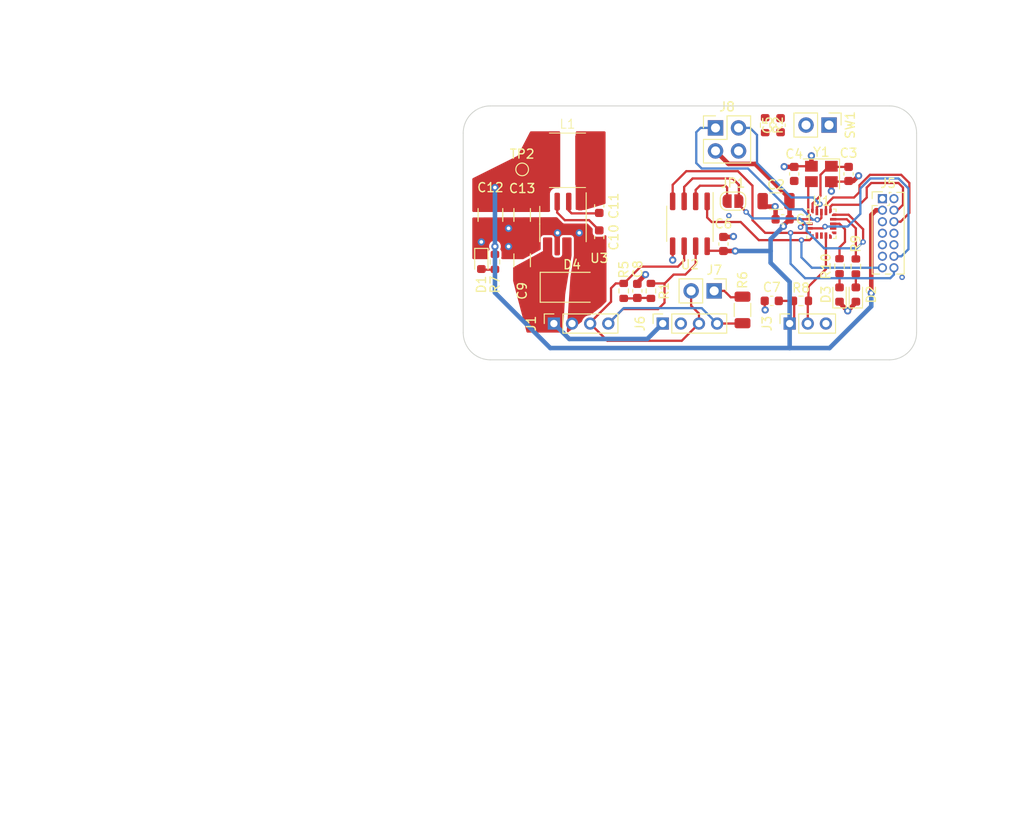
<source format=kicad_pcb>
(kicad_pcb (version 20221018) (generator pcbnew)
  (layers (0 "F.Cu" signal) (1 "In1.Cu" signal) (2 "In2.Cu" signal) (31 "B.Cu" signal) (34 "B.Paste" user) (35 "F.Paste" user) (36 "B.SilkS" user "B.Silkscreen") (37 "F.SilkS" user "F.Silkscreen") (38 "B.Mask" user) (39 "F.Mask" user) (44 "Edge.Cuts" user))
  (net 0 "")
  (net 1 "/MCU (STMC011F6Ux)/RCC_OSCX_IN")
  (net 2 "GND")
  (net 3 "/MCU (STMC011F6Ux)/RCC_OSCX_OUT")
  (net 4 "+3V3")
  (net 5 "Net-(C8-Pad1)")
  (net 6 "+24V")
  (net 7 "/POWER (L6981)/VCC")
  (net 8 "/POWER (L6981)/BOOT")
  (net 9 "/POWER (L6981)/SW")
  (net 10 "Net-(D1-A)")
  (net 11 "Net-(D2-A)")
  (net 12 "Net-(D3-A)")
  (net 13 "/MCU (STMC011F6Ux)/~{RST}")
  (net 14 "/RS485 (THVD1400D)/RS485_B")
  (net 15 "/RS485 (THVD1400D)/RS485_A")
  (net 16 "/MCU (STMC011F6Ux)/DQ")
  (net 17 "/MCU (STMC011F6Ux)/I2C_SCL")
  (net 23 "/MCU (STMC011F6Ux)/I2C_SDA")
  (net 24 "/MCU (STMC011F6Ux)/DEBUG_SWCLK")
  (net 25 "Net-(J7-Pin_1)")
  (net 26 "/MCU (STMC011F6Ux)/LED_S1")
  (net 27 "/MCU (STMC011F6Ux)/LED_S2")
  (net 28 "/MCU (STMC011F6Ux)/USART1_TX")
  (net 29 "/MCU (STMC011F6Ux)/USART1_RX")
  (net 30 "/MCU (STMC011F6Ux)/USART1_DE")
  (net 31 "/MCU (STMC011F6Ux)/DEBUG_SWDIO")
  (net 32 "Net-(JP1-B)")
  (footprint "LED_SMD:LED_0603_1608Metric" (layer "F.Cu") (at 173.3 102.8 90)
    (fp_text reference "D2")
    (fp_text value "RED")
  )
  (footprint "Resistor_SMD:R_0603_1608Metric" (layer "F.Cu") (at 147.7 102.4 90)
    (fp_text reference "R5")
    (fp_text value "10k")
  )
  (footprint "Package_DFN_QFN:ST_UFQFPN-20_3x3mm_P0.5mm" (layer "F.Cu") (at 169.5 95)
    (fp_text reference "U1")
    (fp_text value "STM32C011F6Ux")
  )
  (footprint "LED_SMD:LED_0603_1608Metric" (layer "F.Cu") (at 171.5 102.8 90)
    (fp_text reference "D3")
    (fp_text value "GREEN")
  )
  (footprint "Capacitor_SMD:C_0603_1608Metric" (layer "F.Cu") (at 145 96.5 90)
    (fp_text reference "C10")
    (fp_text value "1uF")
  )
  (footprint "Capacitor_SMD:C_0603_1608Metric" (layer "F.Cu") (at 149.2 102.4 90)
    (fp_text reference "C8")
    (fp_text value "4.7uF")
  )
  (footprint "Crystal:Crystal_SMD_3225-4Pin_3.2x2.5mm" (layer "F.Cu") (at 169.5 89.5 180)
    (fp_text reference "Y1")
    (fp_text value "48MHz")
  )
  (footprint "Capacitor_SMD:C_0603_1608Metric" (layer "F.Cu") (at 172.5 89.5 -90)
    (fp_text reference "C3")
    (fp_text value "C_Small")
  )
  (footprint "Connector_PinHeader_2.54mm:PinHeader_1x02_P2.54mm_Vertical" (layer "F.Cu") (at 157.675 102.4 -90)
    (fp_text reference "J7")
    (fp_text value "RS485 TERM")
  )
  (footprint "Diode_SMD:D_SMA" (layer "F.Cu") (at 142 102)
    (fp_text reference "D4")
    (fp_text value "40V")
  )
  (footprint "Capacitor_SMD:C_1206_3216Metric" (layer "F.Cu") (at 136.5 99.025 -90)
    (fp_text reference "C9")
    (fp_text value "10uF")
  )
  (footprint "Capacitor_SMD:C_1206_3216Metric" (layer "F.Cu") (at 136.5 94.025 90)
    (fp_text reference "C13")
    (fp_text value "10uF")
  )
  (footprint "Connector_PinHeader_1.27mm:PinHeader_2x07_P1.27mm_Vertical" (layer "F.Cu") (at 176.23 92.23)
    (fp_text reference "J5")
    (fp_text value "STDC14")
  )
  (footprint "Capacitor_SMD:C_0603_1608Metric" (layer "F.Cu") (at 165.225 94.5 180)
    (fp_text reference "C1")
    (fp_text value "100nF")
  )
  (footprint "Capacitor_SMD:C_0603_1608Metric" (layer "F.Cu") (at 164.025 103.5 180)
    (fp_text reference "C7")
    (fp_text value "100nF")
  )
  (footprint "MountingHole:MountingHole_3.2mm_M3_ISO7380" (layer "F.Cu") (at 177 85)
    (fp_text reference "H2" hide)
    (fp_text value "M3")
  )
  (footprint "Capacitor_SMD:C_0603_1608Metric" (layer "F.Cu") (at 166.5 89.5 90)
    (fp_text reference "C4")
    (fp_text value "C_Small")
  )
  (footprint "Resistor_SMD:R_0603_1608Metric" (layer "F.Cu") (at 173.3 99.7 -90)
    (fp_text reference "R9")
    (fp_text value "1k")
  )
  (footprint "MountingHole:MountingHole_3.2mm_M3_ISO7380" (layer "F.Cu") (at 133 107)
    (fp_text reference "H4" hide)
    (fp_text value "M3")
  )
  (footprint "Resistor_SMD:R_0603_1608Metric" (layer "F.Cu") (at 133.5 99.2 -90)
    (fp_text reference "R7")
    (fp_text value "1k")
  )
  (footprint "Resistor_SMD:R_1206_3216Metric" (layer "F.Cu") (at 160.8 104.5 90)
    (fp_text reference "R6")
    (fp_text value "120R")
  )
  (footprint "Resistor_SMD:R_0603_1608Metric" (layer "F.Cu") (at 150.7 102.4 -90)
    (fp_text reference "R1")
    (fp_text value "10k")
  )
  (footprint "Connector_PinSocket_2.00mm:PinSocket_1x04_P2.00mm_Vertical" (layer "F.Cu") (at 140 106 90)
    (fp_text reference "J1")
    (fp_text value "RS485_IN")
  )
  (footprint "Package_SO:SOIC-8_3.9x4.9mm_P1.27mm" (layer "F.Cu") (at 141 95.025 -90)
    (fp_text reference "U3")
    (fp_text value "L6981N33DR")
  )
  (footprint "Resistor_SMD:R_0603_1608Metric" (layer "F.Cu") (at 163.3 84.125 -90)
    (fp_text reference "R2")
    (fp_text value "10k")
  )
  (footprint "Capacitor_SMD:C_1206_3216Metric" (layer "F.Cu") (at 164.5 92.5 180)
    (fp_text reference "C2")
    (fp_text value "4.7uF")
  )
  (footprint "LED_SMD:LED_0603_1608Metric" (layer "F.Cu") (at 132 99.2 -90)
    (fp_text reference "D1")
    (fp_text value "RED")
  )
  (footprint "MountingHole:MountingHole_3.2mm_M3_ISO7380" (layer "F.Cu") (at 133 85)
    (fp_text reference "H1" hide)
    (fp_text value "M3")
  )
  (footprint "Connector_PinHeader_2.54mm:PinHeader_1x02_P2.54mm_Vertical" (layer "F.Cu") (at 170.345 84.11 -90)
    (fp_text reference "SW1")
    (fp_text value "SW_Push")
  )
  (footprint "Capacitor_SMD:C_0603_1608Metric" (layer "F.Cu") (at 145 93.025 90)
    (fp_text reference "C11")
    (fp_text value "100nF")
  )
  (footprint "Resistor_SMD:R_0603_1608Metric" (layer "F.Cu") (at 167.25 103.5)
    (fp_text reference "R8")
    (fp_text value "120R")
  )
  (footprint "Inductor_SMD_git:L_Ferrocore_DLG-0504" (layer "F.Cu") (at 141.5 88 180)
    (fp_text reference "L1")
    (fp_text value "56uH")
  )
  (footprint "Connector_PinSocket_2.00mm:PinSocket_1x03_P2.00mm_Vertical" (layer "F.Cu") (at 166 106 90)
    (fp_text reference "J3")
    (fp_text value "DS182")
  )
  (footprint "Jumper:SolderJumper-2_P1.3mm_Open_RoundedPad1.0x1.5mm" (layer "F.Cu") (at 159.75 92.5 180)
    (fp_text reference "JP1")
    (fp_text value "DE/~{RE}")
  )
  (footprint "TestPoint:TestPoint_Pad_D1.0mm" (layer "F.Cu") (at 136.5 89 180)
    (fp_text reference "TP2")
    (fp_text value "TestPoint")
  )
  (footprint "Connector_PinSocket_2.00mm:PinSocket_1x04_P2.00mm_Vertical" (layer "F.Cu") (at 152 106 90)
    (fp_text reference "J6")
    (fp_text value "RS485_OUT")
  )
  (footprint "Connector_PinHeader_2.54mm:PinHeader_2x02_P2.54mm_Vertical" (layer "F.Cu") (at 157.825 84.425)
    (fp_text reference "J8")
    (fp_text value "I2C")
  )
  (footprint "Capacitor_SMD:C_1210_3225Metric" (layer "F.Cu") (at 133 94.025 90)
    (fp_text reference "C12")
    (fp_text value "22uF")
  )
  (footprint "Package_SO:SOIC-8_3.9x4.9mm_P1.27mm" (layer "F.Cu") (at 155 95 -90)
    (fp_text reference "U2")
    (fp_text value "THVD1400D")
  )
  (footprint "Capacitor_SMD:C_0603_1608Metric" (layer "F.Cu") (at 165 84.125 90)
    (fp_text reference "C5")
    (fp_text value "C_Small")
  )
  (footprint "MountingHole:MountingHole_3.2mm_M3_ISO7380" (layer "F.Cu") (at 177 107)
    (fp_text reference "H3" hide)
    (fp_text value "M3")
  )
  (footprint "Resistor_SMD:R_0603_1608Metric" (layer "F.Cu") (at 171.5 99.675 -90)
    (fp_text reference "R10")
    (fp_text value "1k")
  )
  (footprint "Capacitor_SMD:C_0603_1608Metric" (layer "F.Cu") (at 158.7 97.225 90)
    (fp_text reference "C6")
    (fp_text value "4.7uF")
  )
  (gr_line (start 177 110) (end 133 110) (stroke (width 0.1)) (layer "Edge.Cuts"))
  (gr_arc (start 133 110) (mid 130.87868 109.12132) (end 130 107) (stroke (width 0.1)) (layer "Edge.Cuts"))
  (gr_arc (start 130 85) (mid 130.87868 82.87868) (end 133 82) (stroke (width 0.1)) (layer "Edge.Cuts"))
  (gr_arc (start 180 107) (mid 179.12132 109.12132) (end 177 110) (stroke (width 0.1)) (layer "Edge.Cuts"))
  (gr_arc (start 177 82) (mid 179.12132 82.87868) (end 180 85) (stroke (width 0.1)) (layer "Edge.Cuts"))
  (gr_line (start 180 85) (end 180 107) (stroke (width 0.1)) (layer "Edge.Cuts"))
  (gr_line (start 130 107) (end 130 85) (stroke (width 0.1)) (layer "Edge.Cuts"))
  (gr_line (start 133 82) (end 177 82) (stroke (width 0.1)) (layer "Edge.Cuts"))
  (segment (start 169.4 91.9) (end 169.4 89.6) (width 0.25) (layer "F.Cu") (net 1))
  (segment (start 170.45 88.55) (end 170.525 88.55) (width 0.25) (layer "F.Cu") (net 1))
  (segment (start 172.5 88.725) (end 170.986396 88.725) (width 0.25) (layer "F.Cu") (net 1))
  (segment (start 168.525 92.775) (end 169.4 91.9) (width 0.25) (layer "F.Cu") (net 1))
  (segment (start 168.525 93.525) (end 168.525 92.775) (width 0.25) (layer "F.Cu") (net 1))
  (segment (start 170.986396 88.725) (end 170.830698 88.880698) (width 0.25) (layer "F.Cu") (net 1))
  (segment (start 169.4 89.6) (end 170.45 88.55) (width 0.25) (layer "F.Cu") (net 1))
  (segment (start 153.095 98.995) (end 153.1 99) (width 0.25) (layer "F.Cu") (net 2))
  (segment (start 165.425 88.725) (end 165.4 88.7) (width 0.5) (layer "F.Cu") (net 2))
  (segment (start 159.775 96.425) (end 159.8 96.4) (width 0.25) (layer "F.Cu") (net 2))
  (segment (start 136.5 97.55) (end 135.05 97.55) (width 0.25) (layer "F.Cu") (net 2))
  (segment (start 142.905 96.105) (end 142.8 96) (width 0.25) (layer "F.Cu") (net 2))
  (segment (start 140.365 97.5) (end 140.365 96.035) (width 0.25) (layer "F.Cu") (net 2))
  (segment (start 164.45 93.15) (end 164.4 93.1) (width 0.5) (layer "F.Cu") (net 2))
  (segment (start 159.75 96.45) (end 159.8 96.4) (width 0.5) (layer "F.Cu") (net 2))
  (segment (start 170.6 91.4) (end 170.6 90.35) (width 0.5) (layer "F.Cu") (net 2))
  (segment (start 153.095 97.475) (end 153.095 98.995) (width 0.25) (layer "F.Cu") (net 2))
  (segment (start 163.25 103.5) (end 163.25 104.45) (width 0.25) (layer "F.Cu") (net 2))
  (segment (start 132 98.45) (end 132 97) (width 0.25) (layer "F.Cu") (net 2))
  (segment (start 172.5 90.275) (end 173.025 90.275) (width 0.5) (layer "F.Cu") (net 2))
  (segment (start 168.4 88.65) (end 166.575 88.65) (width 0.25) (layer "F.Cu") (net 2))
  (segment (start 167.5755 95) (end 168.225 95) (width 0.25) (layer "F.Cu") (net 2))
  (segment (start 140.365 96.035) (end 140.4 96) (width 0.25) (layer "F.Cu") (net 2))
  (segment (start 135.05 97.55) (end 135 97.5) (width 0.25) (layer "F.Cu") (net 2))
  (segment (start 136.5 95.5) (end 135 95.5) (width 0.25) (layer "F.Cu") (net 2))
  (segment (start 142.905 97.5) (end 142.905 96.105) (width 0.25) (layer "F.Cu") (net 2))
  (segment (start 168.4 88.65) (end 168.4 87.5) (width 0.5) (layer "F.Cu") (net 2))
  (segment (start 132 97) (end 132 95.5) (width 0.25) (layer "F.Cu") (net 2))
  (segment (start 164.4 93.1) (end 163.1 93.1) (width 0.5) (layer "F.Cu") (net 2))
  (segment (start 164.4 93.1) (end 163.5 93.1) (width 0.25) (layer "F.Cu") (net 2))
  (segment (start 166.575 88.65) (end 166.5 88.725) (width 0.25) (layer "F.Cu") (net 2))
  (segment (start 149.2 101.5) (end 150.1 100.6) (width 0.5) (layer "F.Cu") (net 2))
  (segment (start 163.25 104.45) (end 163.3 104.5) (width 0.25) (layer "F.Cu") (net 2))
  (segment (start 163.1 93.1) (end 163 93) (width 0.5) (layer "F.Cu") (net 2))
  (segment (start 171.5 103.7) (end 172.4 104.6) (width 0.5) (layer "F.Cu") (net 2))
  (segment (start 164.45 94.5) (end 164.45 93.15) (width 0.5) (layer "F.Cu") (net 2))
  (segment (start 170.6 90.35) (end 172.425 90.35) (width 0.25) (layer "F.Cu") (net 2))
  (segment (start 171.5 103.5875) (end 171.5 103.7) (width 0.5) (layer "F.Cu") (net 2))
  (segment (start 167.2 95.3755) (end 167.5755 95) (width 0.25) (layer "F.Cu") (net 2))
  (segment (start 173.3 103.5875) (end 173.3 103.7) (width 0.5) (layer "F.Cu") (net 2))
  (segment (start 173.3 103.7) (end 172.4 104.6) (width 0.5) (layer "F.Cu") (net 2))
  (segment (start 149.2 101.625) (end 149.2 101.5) (width 0.5) (layer "F.Cu") (net 2))
  (segment (start 163.5 93.1) (end 163 92.6) (width 0.25) (layer "F.Cu") (net 2))
  (segment (start 173.025 90.275) (end 173.6 89.7) (width 0.5) (layer "F.Cu") (net 2))
  (segment (start 166.5 88.725) (end 165.425 88.725) (width 0.5) (layer "F.Cu") (net 2))
  (segment (start 172.425 90.35) (end 172.5 90.275) (width 0.25) (layer "F.Cu") (net 2))
  (segment (start 158.7 96.425) (end 159.775 96.425) (width 0.25) (layer "F.Cu") (net 2))
  (segment (start 132 95.5) (end 133 95.5) (width 0.25) (layer "F.Cu") (net 2))
  (segment (start 158.7 96.45) (end 159.75 96.45) (width 0.5) (layer "F.Cu") (net 2))
  (via (at 163.3 104.5) (size 0.8) (drill 0.4) (layers "F.Cu" "B.Cu") (net 2))
  (via (at 135 97.5) (size 0.8) (drill 0.4) (layers "F.Cu" "B.Cu") (net 2))
  (via (at 132 97) (size 0.8) (drill 0.4) (layers "F.Cu" "B.Cu") (net 2))
  (via (at 135 95.5) (size 0.8) (drill 0.4) (layers "F.Cu" "B.Cu") (net 2))
  (via (at 164.4 93.1) (size 0.8) (drill 0.4) (layers "F.Cu" "B.Cu") (net 2))
  (via (at 142.8 96) (size 0.8) (drill 0.4) (layers "F.Cu" "B.Cu") (net 2))
  (via (at 140.4 96) (size 0.8) (drill 0.4) (layers "F.Cu" "B.Cu") (net 2))
  (via (at 173.6 89.7) (size 0.8) (drill 0.4) (layers "F.Cu" "B.Cu") (net 2))
  (via (at 170.6 91.4) (size 0.8) (drill 0.4) (layers "F.Cu" "B.Cu") (net 2))
  (via (at 168.4 87.5) (size 0.8) (drill 0.4) (layers "F.Cu" "B.Cu") (net 2))
  (via (at 159.3 94.1) (size 0.6) (drill 0.3) (layers "F.Cu" "B.Cu") (net 2))
  (via (at 153.1 99) (size 0.8) (drill 0.4) (layers "F.Cu" "B.Cu") (net 2))
  (via (at 167.2 95.3755) (size 0.6) (drill 0.3) (layers "F.Cu" "B.Cu") (net 2))
  (via (at 150.1 100.6) (size 0.8) (drill 0.4) (layers "F.Cu" "B.Cu") (net 2))
  (via (at 165.4 88.7) (size 0.8) (drill 0.4) (layers "F.Cu" "B.Cu") (net 2))
  (via (at 172.4 104.6) (size 0.8) (drill 0.4) (layers "F.Cu" "B.Cu") (net 2))
  (via (at 178.4 100.9) (size 0.6) (drill 0.3) (layers "F.Cu" "B.Cu") (net 2))
  (via (at 159.8 96.4) (size 0.8) (drill 0.4) (layers "F.Cu" "B.Cu") (net 2))
  (segment (start 168.05 94) (end 168.05 90.525) (width 0.25) (layer "F.Cu") (net 3))
  (segment (start 168.05 90.525) (end 168.325 90.25) (width 0.25) (layer "F.Cu") (net 3))
  (segment (start 166.5 103.575) (end 166.425 103.5) (width 0.25) (layer "F.Cu") (net 4))
  (segment (start 175 94.022894) (end 175.522894 93.5) (width 0.5) (layer "F.Cu") (net 4))
  (segment (start 156.905 97.805) (end 156.905 97.475) (width 0.25) (layer "F.Cu") (net 4))
  (segment (start 165.975 92.5) (end 165.975 92.175) (width 0.5) (layer "F.Cu") (net 4))
  (segment (start 165.310066 95.189934) (end 166 94.5) (width 0.5) (layer "F.Cu") (net 4))
  (segment (start 165.875 94.375) (end 166 94.5) (width 0.25) (layer "F.Cu") (net 4))
  (segment (start 157.075 97.975) (end 156.905 97.805) (width 0.25) (layer "F.Cu") (net 4))
  (segment (start 175 102.65) (end 175 94.022894) (width 0.5) (layer "F.Cu") (net 4))
  (segment (start 165.975 92.175) (end 162.2 88.4) (width 0.5) (layer "F.Cu") (net 4))
  (segment (start 166 92.525) (end 165.975 92.5) (width 0.5) (layer "F.Cu") (net 4))
  (segment (start 168.225 94.5) (end 166 94.5) (width 0.25) (layer "F.Cu") (net 4))
  (segment (start 166 94.5) (end 166 92.525) (width 0.5) (layer "F.Cu") (net 4))
  (segment (start 164.8 103.5) (end 166.425 103.5) (width 0.25) (layer "F.Cu") (net 4))
  (segment (start 159.26 88.4) (end 157.825 86.965) (width 0.5) (layer "F.Cu") (net 4))
  (segment (start 160 98) (end 158.7 98) (width 0.5) (layer "F.Cu") (net 4))
  (segment (start 158.7 97.975) (end 157.075 97.975) (width 0.25) (layer "F.Cu") (net 4))
  (segment (start 165.875 92.5) (end 165.875 94.375) (width 0.25) (layer "F.Cu") (net 4))
  (segment (start 166 106) (end 166.5 105.5) (width 0.25) (layer "F.Cu") (net 4))
  (segment (start 133.5 98.4125) (end 133.5 97.5) (width 0.25) (layer "F.Cu") (net 4))
  (segment (start 166.5 105.5) (end 166.5 103.575) (width 0.25) (layer "F.Cu") (net 4))
  (segment (start 165.310066 95.275826) (end 165.310066 95.189934) (width 0.5) (layer "F.Cu") (net 4))
  (segment (start 162.2 88.4) (end 159.26 88.4) (width 0.5) (layer "F.Cu") (net 4))
  (segment (start 175.522894 93.5) (end 176.23 93.5) (width 0.5) (layer "F.Cu") (net 4))
  (via (at 133.5 91) (size 0.8) (drill 0.4) (layers "F.Cu" "B.Cu") (net 4))
  (via (at 175 102.65) (size 0.8) (drill 0.4) (layers "F.Cu" "B.Cu") (net 4))
  (via (at 133.5 97.5) (size 0.8) (drill 0.4) (layers "F.Cu" "B.Cu") (net 4))
  (via (at 165.310066 95.275826) (size 0.8) (drill 0.4) (layers "F.Cu" "B.Cu") (net 4))
  (via (at 160 98) (size 0.8) (drill 0.4) (layers "F.Cu" "B.Cu") (net 4))
  (segment (start 170.4 108.7) (end 166 108.7) (width 0.5) (layer "B.Cu") (net 4))
  (segment (start 166 106) (end 166 101.4) (width 0.5) (layer "B.Cu") (net 4))
  (segment (start 166 101.4) (end 163.9 99.3) (width 0.5) (layer "B.Cu") (net 4))
  (segment (start 133.5 91) (end 133.5 97.5) (width 0.5) (layer "B.Cu") (net 4))
  (segment (start 163.9 96.685892) (end 165.310066 95.275826) (width 0.5) (layer "B.Cu") (net 4))
  (segment (start 175 104.1) (end 170.4 108.7) (width 0.5) (layer "B.Cu") (net 4))
  (segment (start 166 108.7) (end 139.6 108.7) (width 0.5) (layer "B.Cu") (net 4))
  (segment (start 163.9 98) (end 160 98) (width 0.5) (layer "B.Cu") (net 4))
  (segment (start 139.6 108.7) (end 133.5 102.6) (width 0.5) (layer "B.Cu") (net 4))
  (segment (start 166 106) (end 166 108.7) (width 0.5) (layer "B.Cu") (net 4))
  (segment (start 163.9 99.3) (end 163.9 98) (width 0.5) (layer "B.Cu") (net 4))
  (segment (start 163.9 98) (end 163.9 96.685892) (width 0.5) (layer "B.Cu") (net 4))
  (segment (start 133.5 102.6) (end 133.5 97.5) (width 0.5) (layer "B.Cu") (net 4))
  (segment (start 175 102.65) (end 175 104.1) (width 0.5) (layer "B.Cu") (net 4))
  (segment (start 147.7 103.225) (end 149.15 103.225) (width 0.25) (layer "F.Cu") (net 5))
  (segment (start 149.2 103.175) (end 150.65 103.175) (width 0.25) (layer "F.Cu") (net 5))
  (segment (start 150.65 103.175) (end 150.7 103.225) (width 0.25) (layer "F.Cu") (net 5))
  (segment (start 149.15 103.225) (end 149.2 103.175) (width 0.25) (layer "F.Cu") (net 5))
  (segment (start 141.7 107.7) (end 150.3 107.7) (width 0.5) (layer "B.Cu") (net 6))
  (segment (start 150.3 107.7) (end 152 106) (width 0.5) (layer "B.Cu") (net 6))
  (segment (start 140 106) (end 141.7 107.7) (width 0.5) (layer "B.Cu") (net 6))
  (segment (start 141.2 94.6) (end 140.365 93.765) (width 0.25) (layer "F.Cu") (net 7))
  (segment (start 140.365 93.765) (end 140.365 92.55) (width 0.25) (layer "F.Cu") (net 7))
  (segment (start 145 95.725) (end 143.875 94.6) (width 0.25) (layer "F.Cu") (net 7))
  (segment (start 143.875 94.6) (end 141.2 94.6) (width 0.25) (layer "F.Cu") (net 7))
  (segment (start 141.635 93.535) (end 141.635 92.55) (width 0.25) (layer "F.Cu") (net 8))
  (segment (start 145 93.8) (end 144.95 93.85) (width 0.25) (layer "F.Cu") (net 8))
  (segment (start 141.95 93.85) (end 141.635 93.535) (width 0.25) (layer "F.Cu") (net 8))
  (segment (start 144.95 93.85) (end 141.95 93.85) (width 0.25) (layer "F.Cu") (net 8))
  (segment (start 133.5 100.0625) (end 132.0375 100.0625) (width 0.25) (layer "F.Cu") (net 10))
  (segment (start 132.0375 100.0625) (end 132 100.025) (width 0.25) (layer "F.Cu") (net 10))
  (segment (start 173.3 100.525) (end 173.3 102.0125) (width 0.25) (layer "F.Cu") (net 11))
  (segment (start 171.5 100.5) (end 171.5 102.0125) (width 0.25) (layer "F.Cu") (net 12))
  (segment (start 169.9 95.3) (end 169.7 95.5) (width 0.25) (layer "F.Cu") (net 13))
  (segment (start 169.7 95.5) (end 168.2 95.5) (width 0.25) (layer "F.Cu") (net 13))
  (via (at 169.9 95.3) (size 0.6) (drill 0.3) (layers "F.Cu" "B.Cu") (net 13))
  (segment (start 169.9 95.3) (end 172.4 95.3) (width 0.25) (layer "B.Cu") (net 13))
  (segment (start 172.4 95.3) (end 173.8 93.9) (width 0.25) (layer "B.Cu") (net 13))
  (segment (start 178 90) (end 179.1 91.1) (width 0.25) (layer "B.Cu") (net 13))
  (segment (start 179.1 97.8) (end 178.32 98.58) (width 0.25) (layer "B.Cu") (net 13))
  (segment (start 178.32 98.58) (end 177.5 98.58) (width 0.25) (layer "B.Cu") (net 13))
  (segment (start 173.8 93.9) (end 173.8 91.1) (width 0.25) (layer "B.Cu") (net 13))
  (segment (start 174.9 90) (end 178 90) (width 0.25) (layer "B.Cu") (net 13))
  (segment (start 173.8 91.1) (end 174.9 90) (width 0.25) (layer "B.Cu") (net 13))
  (segment (start 179.1 91.1) (end 179.1 97.8) (width 0.25) (layer "B.Cu") (net 13))
  (segment (start 149.575 99.725) (end 147.725 101.575) (width 0.25) (layer "F.Cu") (net 14))
  (segment (start 147.725 101.575) (end 147.7 101.575) (width 0.25) (layer "F.Cu") (net 14))
  (segment (start 145.9 107.9) (end 144 106) (width 0.25) (layer "F.Cu") (net 14))
  (segment (start 156 106) (end 154.1 107.9) (width 0.25) (layer "F.Cu") (net 14))
  (segment (start 146.3 103.6) (end 144 105.9) (width 0.25) (layer "F.Cu") (net 14))
  (segment (start 146.3 102.1) (end 146.3 103.6) (width 0.25) (layer "F.Cu") (net 14))
  (segment (start 156 104.9) (end 155.135 104.035) (width 0.25) (layer "F.Cu") (net 14))
  (segment (start 147.7 101.575) (end 146.825 101.575) (width 0.25) (layer "F.Cu") (net 14))
  (segment (start 154.365 97.475) (end 154.365 99.035) (width 0.25) (layer "F.Cu") (net 14))
  (segment (start 153.675 99.725) (end 149.575 99.725) (width 0.25) (layer "F.Cu") (net 14))
  (segment (start 154.1 107.9) (end 145.9 107.9) (width 0.25) (layer "F.Cu") (net 14))
  (segment (start 154.365 99.035) (end 153.675 99.725) (width 0.25) (layer "F.Cu") (net 14))
  (segment (start 156 106) (end 156 104.9) (width 0.25) (layer "F.Cu") (net 14))
  (segment (start 155.135 104.035) (end 155.135 102.4) (width 0.25) (layer "F.Cu") (net 14))
  (segment (start 146.825 101.575) (end 146.3 102.1) (width 0.25) (layer "F.Cu") (net 14))
  (segment (start 144 105.9) (end 144 106) (width 0.25) (layer "F.Cu") (net 14))
  (segment (start 150.7 101.575) (end 152.175 101.575) (width 0.25) (layer "F.Cu") (net 15))
  (segment (start 160.8 105.9625) (end 160.7625 106) (width 0.25) (layer "F.Cu") (net 15))
  (segment (start 152.2 101.6) (end 152.2 103.7) (width 0.25) (layer "F.Cu") (net 15))
  (segment (start 153.2 100.6) (end 152.2 101.6) (width 0.25) (layer "F.Cu") (net 15))
  (segment (start 155.635 99.465) (end 154.5 100.6) (width 0.25) (layer "F.Cu") (net 15))
  (segment (start 160.7625 106) (end 158 106) (width 0.25) (layer "F.Cu") (net 15))
  (segment (start 155.635 97.475) (end 155.635 99.465) (width 0.25) (layer "F.Cu") (net 15))
  (segment (start 151.5 104.4) (end 147.6 104.4) (width 0.25) (layer "F.Cu") (net 15))
  (segment (start 147.6 104.4) (end 146 106) (width 0.25) (layer "F.Cu") (net 15))
  (segment (start 152.2 103.7) (end 151.5 104.4) (width 0.25) (layer "F.Cu") (net 15))
  (segment (start 154.5 100.6) (end 153.2 100.6) (width 0.25) (layer "F.Cu") (net 15))
  (segment (start 152.175 101.575) (end 152.2 101.6) (width 0.25) (layer "F.Cu") (net 15))
  (segment (start 156.3 104.3) (end 147.7 104.3) (width 0.25) (layer "B.Cu") (net 15))
  (segment (start 158 106) (end 156.3 104.3) (width 0.25) (layer "B.Cu") (net 15))
  (segment (start 147.7 104.3) (end 146 106) (width 0.25) (layer "B.Cu") (net 15))
  (segment (start 168.075 101.925) (end 170 100) (width 0.25) (layer "F.Cu") (net 16))
  (segment (start 168 106) (end 168 103.575) (width 0.25) (layer "F.Cu") (net 16))
  (segment (start 170 100) (end 170 96.3) (width 0.25) (layer "F.Cu") (net 16))
  (segment (start 168 103.575) (end 168.075 103.5) (width 0.25) (layer "F.Cu") (net 16))
  (segment (start 168.075 103.5) (end 168.075 101.925) (width 0.25) (layer "F.Cu") (net 16))
  (segment (start 169.300498 94.549502) (end 169.5 94.35) (width 0.25) (layer "F.Cu") (net 17))
  (segment (start 169.049502 94.549502) (end 169.300498 94.549502) (width 0.25) (layer "F.Cu") (net 17))
  (segment (start 169.5 94.35) (end 169.5 93.7) (width 0.25) (layer "F.Cu") (net 17))
  (via (at 169.049502 94.549502) (size 0.6) (drill 0.3) (layers "F.Cu" "B.Cu") (net 17))
  (segment (start 156.3 88.9) (end 155.7 88.3) (width 0.25) (layer "B.Cu") (net 17))
  (segment (start 168.549502 94.549502) (end 167.4 93.4) (width 0.25) (layer "B.Cu") (net 17))
  (segment (start 155.7 88.3) (end 155.7 84.9) (width 0.25) (layer "B.Cu") (net 17))
  (segment (start 155.7 84.9) (end 156.175 84.425) (width 0.25) (layer "B.Cu") (net 17))
  (segment (start 156.175 84.425) (end 157.825 84.425) (width 0.25) (layer "B.Cu") (net 17))
  (segment (start 169.049502 94.549502) (end 168.549502 94.549502) (width 0.25) (layer "B.Cu") (net 17))
  (segment (start 165.9 93.4) (end 161.4 88.9) (width 0.25) (layer "B.Cu") (net 17))
  (segment (start 161.4 88.9) (end 156.3 88.9) (width 0.25) (layer "B.Cu") (net 17))
  (segment (start 167.4 93.4) (end 165.9 93.4) (width 0.25) (layer "B.Cu") (net 17))
  (segment (start 169 93.7) (end 169 93.183178) (width 0.25) (layer "F.Cu") (net 23))
  (segment (start 169 93.183178) (end 169.341589 92.841589) (width 0.25) (layer "F.Cu") (net 23))
  (via (at 169.341589 92.841589) (size 0.6) (drill 0.3) (layers "F.Cu" "B.Cu") (net 23))
  (segment (start 166.2 92.1) (end 162.4 88.3) (width 0.25) (layer "B.Cu") (net 23))
  (segment (start 162.4 85.2) (end 161.625 84.425) (width 0.25) (layer "B.Cu") (net 23))
  (segment (start 169.341589 92.841589) (end 168.6 92.1) (width 0.25) (layer "B.Cu") (net 23))
  (segment (start 161.625 84.425) (end 160.365 84.425) (width 0.25) (layer "B.Cu") (net 23))
  (segment (start 162.4 88.3) (end 162.4 85.2) (width 0.25) (layer "B.Cu") (net 23))
  (segment (start 168.6 92.1) (end 166.2 92.1) (width 0.25) (layer "B.Cu") (net 23))
  (segment (start 173.7 90.75) (end 174.85 89.6) (width 0.25) (layer "F.Cu") (net 24))
  (segment (start 170 93.7) (end 170 92.9) (width 0.25) (layer "F.Cu") (net 24))
  (segment (start 179.2 93.8) (end 178.23 94.77) (width 0.25) (layer "F.Cu") (net 24))
  (segment (start 173.1 92.1) (end 173.7 91.5) (width 0.25) (layer "F.Cu") (net 24))
  (segment (start 178.3 89.6) (end 179.2 90.5) (width 0.25) (layer "F.Cu") (net 24))
  (segment (start 174.85 89.6) (end 178.3 89.6) (width 0.25) (layer "F.Cu") (net 24))
  (segment (start 170 92.9) (end 170.8 92.1) (width 0.25) (layer "F.Cu") (net 24))
  (segment (start 179.2 90.5) (end 179.2 93.8) (width 0.25) (layer "F.Cu") (net 24))
  (segment (start 173.7 91.5) (end 173.7 90.75) (width 0.25) (layer "F.Cu") (net 24))
  (segment (start 170.8 92.1) (end 173.1 92.1) (width 0.25) (layer "F.Cu") (net 24))
  (segment (start 178.23 94.77) (end 177.5 94.77) (width 0.25) (layer "F.Cu") (net 24))
  (segment (start 157.675 102.4) (end 158.8 102.4) (width 0.25) (layer "F.Cu") (net 25))
  (segment (start 160.7375 103.1) (end 160.8 103.0375) (width 0.25) (layer "F.Cu") (net 25))
  (segment (start 158.8 102.4) (end 159.5 103.1) (width 0.25) (layer "F.Cu") (net 25))
  (segment (start 159.5 103.1) (end 160.7375 103.1) (width 0.25) (layer "F.Cu") (net 25))
  (segment (start 172.3 94.5) (end 170.8 94.5) (width 0.25) (layer "F.Cu") (net 26))
  (segment (start 173.3 98.875) (end 173.3 95.5) (width 0.25) (layer "F.Cu") (net 26))
  (segment (start 173.3 95.5) (end 172.3 94.5) (width 0.25) (layer "F.Cu") (net 26))
  (segment (start 171.5 98.85) (end 171.5 97.6) (width 0.25) (layer "F.Cu") (net 27))
  (segment (start 171.5 95) (end 170.8 95) (width 0.25) (layer "F.Cu") (net 27))
  (segment (start 172.1 97) (end 172.1 95.6) (width 0.25) (layer "F.Cu") (net 27))
  (segment (start 172.1 95.6) (end 171.5 95) (width 0.25) (layer "F.Cu") (net 27))
  (segment (start 171.5 97.6) (end 172.1 97) (width 0.25) (layer "F.Cu") (net 27))
  (segment (start 166.1 96) (end 163.3 96) (width 0.25) (layer "F.Cu") (net 28))
  (segment (start 161.9 90.8) (end 160.3 89.2) (width 0.25) (layer "F.Cu") (net 28))
  (segment (start 154.6 89.2) (end 153.1 90.7) (width 0.25) (layer "F.Cu") (net 28))
  (segment (start 153.1 90.7) (end 153.1 92.52) (width 0.25) (layer "F.Cu") (net 28))
  (segment (start 161.9 94.6) (end 161.9 90.8) (width 0.25) (layer "F.Cu") (net 28))
  (segment (start 163.3 96) (end 161.9 94.6) (width 0.25) (layer "F.Cu") (net 28))
  (segment (start 160.3 89.2) (end 154.6 89.2) (width 0.25) (layer "F.Cu") (net 28))
  (segment (start 168.05 96) (end 166.1 96) (width 0.25) (layer "F.Cu") (net 28))
  (segment (start 153.1 92.52) (end 153.095 92.525) (width 0.25) (layer "F.Cu") (net 28))
  (via (at 166.1 96) (size 0.6) (drill 0.3) (layers "F.Cu" "B.Cu") (net 28))
  (segment (start 166.1 99.4) (end 167.7 101) (width 0.25) (layer "B.Cu") (net 28))
  (segment (start 166.1 96) (end 166.1 99.4) (width 0.25) (layer "B.Cu") (net 28))
  (segment (start 167.7 101) (end 177.1 101) (width 0.25) (layer "B.Cu") (net 28))
  (segment (start 177.5 100.6) (end 177.5 99.85) (width 0.25) (layer "B.Cu") (net 28))
  (segment (start 177.1 101) (end 177.5 100.6) (width 0.25) (layer "B.Cu") (net 28))
  (segment (start 156.9 92.53) (end 156.905 92.525) (width 0.25) (layer "F.Cu") (net 29))
  (segment (start 162.6 96.8) (end 160.6 94.8) (width 0.25) (layer "F.Cu") (net 29))
  (segment (start 160.6 94.8) (end 157.4 94.8) (width 0.25) (layer "F.Cu") (net 29))
  (segment (start 157.4 94.8) (end 156.9 94.3) (width 0.25) (layer "F.Cu") (net 29))
  (segment (start 156.9 94.3) (end 156.9 92.53) (width 0.25) (layer "F.Cu") (net 29))
  (segment (start 168.525 96.475) (end 168.2 96.8) (width 0.25) (layer "F.Cu") (net 29))
  (segment (start 168.2 96.8) (end 167.3 96.8) (width 0.25) (layer "F.Cu") (net 29))
  (segment (start 167.3 96.8) (end 162.6 96.8) (width 0.25) (layer "F.Cu") (net 29))
  (via (at 167.3 96.8) (size 0.6) (drill 0.3) (layers "F.Cu" "B.Cu") (net 29))
  (segment (start 167.3 98.7) (end 168.45 99.85) (width 0.25) (layer "B.Cu") (net 29))
  (segment (start 168.45 99.85) (end 176.23 99.85) (width 0.25) (layer "B.Cu") (net 29))
  (segment (start 167.3 96.8) (end 167.3 98.7) (width 0.25) (layer "B.Cu") (net 29))
  (segment (start 160.4 92.9) (end 160.4 92.5) (width 0.25) (layer "F.Cu") (net 30))
  (segment (start 170.975 94) (end 172.5 94) (width 0.25) (layer "F.Cu") (net 30))
  (segment (start 161.2 93.7) (end 160.4 92.9) (width 0.25) (layer "F.Cu") (net 30))
  (segment (start 172.5 94) (end 174.1 95.6) (width 0.25) (layer "F.Cu") (net 30))
  (segment (start 160.4 90.7) (end 159.7 90) (width 0.25) (layer "F.Cu") (net 30))
  (segment (start 155.3 90) (end 154.365 90.935) (width 0.25) (layer "F.Cu") (net 30))
  (segment (start 160.4 92.5) (end 160.4 90.7) (width 0.25) (layer "F.Cu") (net 30))
  (segment (start 174.1 95.6) (end 174.1 97) (width 0.25) (layer "F.Cu") (net 30))
  (segment (start 154.365 90.935) (end 154.365 92.525) (width 0.25) (layer "F.Cu") (net 30))
  (segment (start 159.7 90) (end 155.3 90) (width 0.25) (layer "F.Cu") (net 30))
  (via (at 174.1 97) (size 0.6) (drill 0.3) (layers "F.Cu" "B.Cu") (net 30))
  (via (at 161.2 93.7) (size 0.6) (drill 0.3) (layers "F.Cu" "B.Cu") (net 30))
  (segment (start 167.1 94.4) (end 167.4505 94.7505) (width 0.25) (layer "B.Cu") (net 30))
  (segment (start 167.458884 94.7505) (end 167.875 95.166616) (width 0.25) (layer "B.Cu") (net 30))
  (segment (start 167.4505 94.7505) (end 167.458884 94.7505) (width 0.25) (layer "B.Cu") (net 30))
  (segment (start 167.875 95.166616) (end 167.875 95.775) (width 0.25) (layer "B.Cu") (net 30))
  (segment (start 169.8 97.7) (end 173.4 97.7) (width 0.25) (layer "B.Cu") (net 30))
  (segment (start 173.4 97.7) (end 174.1 97) (width 0.25) (layer "B.Cu") (net 30))
  (segment (start 161.2 93.7) (end 161.9 94.4) (width 0.25) (layer "B.Cu") (net 30))
  (segment (start 167.875 95.775) (end 169.8 97.7) (width 0.25) (layer "B.Cu") (net 30))
  (segment (start 161.9 94.4) (end 167.1 94.4) (width 0.25) (layer "B.Cu") (net 30))
  (segment (start 174.5 92.1) (end 174.5 91) (width 0.25) (layer "F.Cu") (net 31))
  (segment (start 178 90.5) (end 178.5 91) (width 0.25) (layer "F.Cu") (net 31))
  (segment (start 178.5 91) (end 178.5 92.9) (width 0.25) (layer "F.Cu") (net 31))
  (segment (start 170.5 93.525) (end 170.5 93.1) (width 0.25) (layer "F.Cu") (net 31))
  (segment (start 174.5 91) (end 175 90.5) (width 0.25) (layer "F.Cu") (net 31))
  (segment (start 178.5 92.9) (end 177.9 93.5) (width 0.25) (layer "F.Cu") (net 31))
  (segment (start 170.5 93.1) (end 170.7 92.9) (width 0.25) (layer "F.Cu") (net 31))
  (segment (start 175 90.5) (end 178 90.5) (width 0.25) (layer "F.Cu") (net 31))
  (segment (start 170.7 92.9) (end 173.7 92.9) (width 0.25) (layer "F.Cu") (net 31))
  (segment (start 177.9 93.5) (end 177.5 93.5) (width 0.25) (layer "F.Cu") (net 31))
  (segment (start 173.7 92.9) (end 174.5 92.1) (width 0.25) (layer "F.Cu") (net 31))
  (segment (start 155.635 91.265) (end 155.635 92.525) (width 0.25) (layer "F.Cu") (net 32))
  (segment (start 159.1 91) (end 158.9 90.8) (width 0.25) (layer "F.Cu") (net 32))
  (segment (start 158.9 90.8) (end 156.1 90.8) (width 0.25) (layer "F.Cu") (net 32))
  (segment (start 156.1 90.8) (end 155.635 91.265) (width 0.25) (layer "F.Cu") (net 32))
  (segment (start 159.1 92.5) (end 159.1 91) (width 0.25) (layer "F.Cu") (net 32))
  (zone (net 9) (net_name "/POWER (L6981)/SW") (layer "F.Cu") (priority 3) (connect_pads yes (clearance 0.25)) (min_thickness 0.25) (fill yes (thermal_gap 0.5) (thermal_bridge_width 0.5))
    (polygon (pts (xy 142.4 84.8) (xy 145.7 84.8) (xy 145.7 92.8) (xy 143.3 93.5) (xy 142.4 93.5)))
  )
  (zone (net 2) (net_name "GND") (layer "F.Cu") (priority 1) (connect_pads yes (clearance 0.25)) (min_thickness 0.25) (fill yes (thermal_gap 0.5) (thermal_bridge_width 0.5))
    (polygon (pts (xy 131 94.3) (xy 145.8 94.25) (xy 145.8 96.45) (xy 145.8 96.5) (xy 145.8 103.7) (xy 141.4 107.1) (xy 141.95 98.9) (xy 131 98.9)))
  )
  (zone (net 6) (net_name "+24V") (layer "F.Cu") (priority 2) (connect_pads yes (clearance 0.25)) (min_thickness 0.25) (fill yes (thermal_gap 0.5) (thermal_bridge_width 0.5))
    (polygon (pts (xy 139.5 96.5) (xy 141.95 96.5) (xy 141.95 98.5) (xy 141.25 102.75) (xy 141 107) (xy 139 107) (xy 137 107) (xy 135.5 101.3) (xy 135.5 99.8) (xy 138.8 98) (xy 138.8 96.5)))
  )
  (zone (net 4) (net_name "+3V3") (layer "F.Cu") (priority 2) (connect_pads yes (clearance 0.5)) (min_thickness 0.25) (fill yes (thermal_gap 0.5) (thermal_bridge_width 0.5))
    (polygon (pts (xy 140.7 84.8) (xy 140.7 93.5) (xy 139.4 93.7) (xy 131 93.7) (xy 131 90) (xy 136 87.5) (xy 137.4 84.8)))
  )
)
</source>
